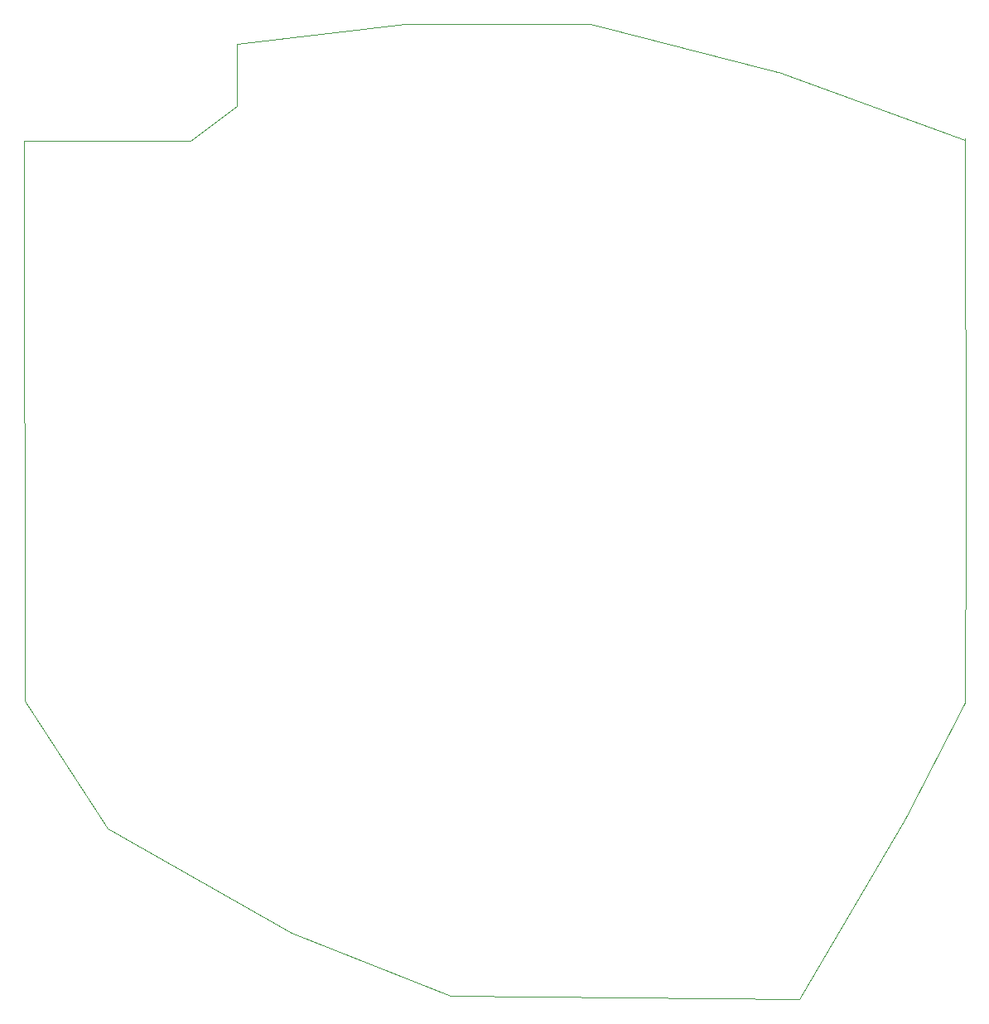
<source format=gbr>
%TF.GenerationSoftware,KiCad,Pcbnew,7.0.8-7.0.8~ubuntu22.04.1*%
%TF.CreationDate,2023-10-29T15:11:17+03:00*%
%TF.ProjectId,Keeb,4b656562-2e6b-4696-9361-645f70636258,rev?*%
%TF.SameCoordinates,Original*%
%TF.FileFunction,Profile,NP*%
%FSLAX46Y46*%
G04 Gerber Fmt 4.6, Leading zero omitted, Abs format (unit mm)*
G04 Created by KiCad (PCBNEW 7.0.8-7.0.8~ubuntu22.04.1) date 2023-10-29 15:11:17*
%MOMM*%
%LPD*%
G01*
G04 APERTURE LIST*
%TA.AperFunction,Profile*%
%ADD10C,0.050000*%
%TD*%
G04 APERTURE END LIST*
D10*
X178930000Y-38860000D02*
X179000000Y-38860000D01*
X198000000Y-45820000D01*
X198070000Y-45630000D01*
X198100000Y-84360000D01*
X198050000Y-103280000D01*
X191900000Y-115092944D01*
X181130000Y-133600000D01*
X145440000Y-133270000D01*
X129220000Y-126780000D01*
X110430000Y-116120000D01*
X101900000Y-103092944D01*
X101830000Y-45872944D01*
X118830000Y-45872944D01*
X123650000Y-42292944D01*
X123620000Y-35930000D01*
X140760000Y-33962944D01*
X159760000Y-33962944D01*
X178930000Y-38860000D01*
M02*

</source>
